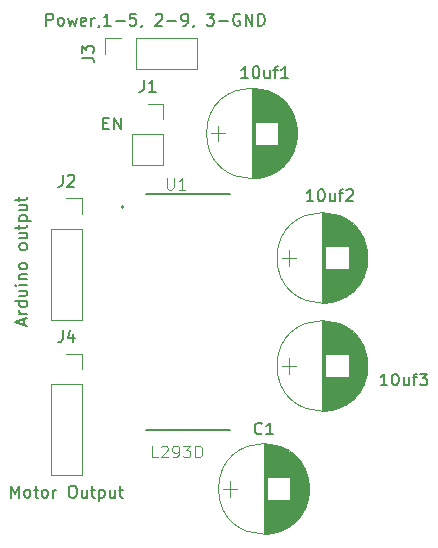
<source format=gbr>
G04 #@! TF.FileFunction,Legend,Top*
%FSLAX46Y46*%
G04 Gerber Fmt 4.6, Leading zero omitted, Abs format (unit mm)*
G04 Created by KiCad (PCBNEW 4.0.6) date 02/24/20 13:55:30*
%MOMM*%
%LPD*%
G01*
G04 APERTURE LIST*
%ADD10C,0.100000*%
%ADD11C,0.120000*%
%ADD12C,0.200000*%
%ADD13C,0.127000*%
%ADD14C,0.150000*%
%ADD15C,0.015000*%
G04 APERTURE END LIST*
D10*
D11*
X148727000Y-99314000D02*
G75*
G03X148727000Y-99314000I-3840000J0D01*
G01*
X144887000Y-95514000D02*
X144887000Y-103114000D01*
X144927000Y-95514000D02*
X144927000Y-103114000D01*
X144967000Y-95514000D02*
X144967000Y-103114000D01*
X145007000Y-95515000D02*
X145007000Y-103113000D01*
X145047000Y-95517000D02*
X145047000Y-103111000D01*
X145087000Y-95519000D02*
X145087000Y-103109000D01*
X145127000Y-95521000D02*
X145127000Y-103107000D01*
X145167000Y-95524000D02*
X145167000Y-98334000D01*
X145167000Y-100294000D02*
X145167000Y-103104000D01*
X145207000Y-95527000D02*
X145207000Y-98334000D01*
X145207000Y-100294000D02*
X145207000Y-103101000D01*
X145247000Y-95530000D02*
X145247000Y-98334000D01*
X145247000Y-100294000D02*
X145247000Y-103098000D01*
X145287000Y-95534000D02*
X145287000Y-98334000D01*
X145287000Y-100294000D02*
X145287000Y-103094000D01*
X145327000Y-95539000D02*
X145327000Y-98334000D01*
X145327000Y-100294000D02*
X145327000Y-103089000D01*
X145367000Y-95544000D02*
X145367000Y-98334000D01*
X145367000Y-100294000D02*
X145367000Y-103084000D01*
X145407000Y-95549000D02*
X145407000Y-98334000D01*
X145407000Y-100294000D02*
X145407000Y-103079000D01*
X145447000Y-95555000D02*
X145447000Y-98334000D01*
X145447000Y-100294000D02*
X145447000Y-103073000D01*
X145487000Y-95561000D02*
X145487000Y-98334000D01*
X145487000Y-100294000D02*
X145487000Y-103067000D01*
X145527000Y-95567000D02*
X145527000Y-98334000D01*
X145527000Y-100294000D02*
X145527000Y-103061000D01*
X145567000Y-95574000D02*
X145567000Y-98334000D01*
X145567000Y-100294000D02*
X145567000Y-103054000D01*
X145608000Y-95582000D02*
X145608000Y-98334000D01*
X145608000Y-100294000D02*
X145608000Y-103046000D01*
X145648000Y-95589000D02*
X145648000Y-98334000D01*
X145648000Y-100294000D02*
X145648000Y-103039000D01*
X145688000Y-95598000D02*
X145688000Y-98334000D01*
X145688000Y-100294000D02*
X145688000Y-103030000D01*
X145728000Y-95607000D02*
X145728000Y-98334000D01*
X145728000Y-100294000D02*
X145728000Y-103021000D01*
X145768000Y-95616000D02*
X145768000Y-98334000D01*
X145768000Y-100294000D02*
X145768000Y-103012000D01*
X145808000Y-95625000D02*
X145808000Y-98334000D01*
X145808000Y-100294000D02*
X145808000Y-103003000D01*
X145848000Y-95635000D02*
X145848000Y-98334000D01*
X145848000Y-100294000D02*
X145848000Y-102993000D01*
X145888000Y-95646000D02*
X145888000Y-98334000D01*
X145888000Y-100294000D02*
X145888000Y-102982000D01*
X145928000Y-95657000D02*
X145928000Y-98334000D01*
X145928000Y-100294000D02*
X145928000Y-102971000D01*
X145968000Y-95669000D02*
X145968000Y-98334000D01*
X145968000Y-100294000D02*
X145968000Y-102959000D01*
X146008000Y-95680000D02*
X146008000Y-98334000D01*
X146008000Y-100294000D02*
X146008000Y-102948000D01*
X146048000Y-95693000D02*
X146048000Y-98334000D01*
X146048000Y-100294000D02*
X146048000Y-102935000D01*
X146088000Y-95706000D02*
X146088000Y-98334000D01*
X146088000Y-100294000D02*
X146088000Y-102922000D01*
X146128000Y-95719000D02*
X146128000Y-98334000D01*
X146128000Y-100294000D02*
X146128000Y-102909000D01*
X146168000Y-95733000D02*
X146168000Y-98334000D01*
X146168000Y-100294000D02*
X146168000Y-102895000D01*
X146208000Y-95748000D02*
X146208000Y-98334000D01*
X146208000Y-100294000D02*
X146208000Y-102880000D01*
X146248000Y-95762000D02*
X146248000Y-98334000D01*
X146248000Y-100294000D02*
X146248000Y-102866000D01*
X146288000Y-95778000D02*
X146288000Y-98334000D01*
X146288000Y-100294000D02*
X146288000Y-102850000D01*
X146328000Y-95794000D02*
X146328000Y-98334000D01*
X146328000Y-100294000D02*
X146328000Y-102834000D01*
X146368000Y-95810000D02*
X146368000Y-98334000D01*
X146368000Y-100294000D02*
X146368000Y-102818000D01*
X146408000Y-95827000D02*
X146408000Y-98334000D01*
X146408000Y-100294000D02*
X146408000Y-102801000D01*
X146448000Y-95845000D02*
X146448000Y-98334000D01*
X146448000Y-100294000D02*
X146448000Y-102783000D01*
X146488000Y-95863000D02*
X146488000Y-98334000D01*
X146488000Y-100294000D02*
X146488000Y-102765000D01*
X146528000Y-95881000D02*
X146528000Y-98334000D01*
X146528000Y-100294000D02*
X146528000Y-102747000D01*
X146568000Y-95901000D02*
X146568000Y-98334000D01*
X146568000Y-100294000D02*
X146568000Y-102727000D01*
X146608000Y-95920000D02*
X146608000Y-98334000D01*
X146608000Y-100294000D02*
X146608000Y-102708000D01*
X146648000Y-95941000D02*
X146648000Y-98334000D01*
X146648000Y-100294000D02*
X146648000Y-102687000D01*
X146688000Y-95962000D02*
X146688000Y-98334000D01*
X146688000Y-100294000D02*
X146688000Y-102666000D01*
X146728000Y-95983000D02*
X146728000Y-98334000D01*
X146728000Y-100294000D02*
X146728000Y-102645000D01*
X146768000Y-96005000D02*
X146768000Y-98334000D01*
X146768000Y-100294000D02*
X146768000Y-102623000D01*
X146808000Y-96028000D02*
X146808000Y-98334000D01*
X146808000Y-100294000D02*
X146808000Y-102600000D01*
X146848000Y-96051000D02*
X146848000Y-98334000D01*
X146848000Y-100294000D02*
X146848000Y-102577000D01*
X146888000Y-96075000D02*
X146888000Y-98334000D01*
X146888000Y-100294000D02*
X146888000Y-102553000D01*
X146928000Y-96100000D02*
X146928000Y-98334000D01*
X146928000Y-100294000D02*
X146928000Y-102528000D01*
X146968000Y-96126000D02*
X146968000Y-98334000D01*
X146968000Y-100294000D02*
X146968000Y-102502000D01*
X147008000Y-96152000D02*
X147008000Y-98334000D01*
X147008000Y-100294000D02*
X147008000Y-102476000D01*
X147048000Y-96179000D02*
X147048000Y-98334000D01*
X147048000Y-100294000D02*
X147048000Y-102449000D01*
X147088000Y-96206000D02*
X147088000Y-98334000D01*
X147088000Y-100294000D02*
X147088000Y-102422000D01*
X147128000Y-96235000D02*
X147128000Y-102393000D01*
X147168000Y-96264000D02*
X147168000Y-102364000D01*
X147208000Y-96294000D02*
X147208000Y-102334000D01*
X147248000Y-96324000D02*
X147248000Y-102304000D01*
X147288000Y-96356000D02*
X147288000Y-102272000D01*
X147328000Y-96388000D02*
X147328000Y-102240000D01*
X147368000Y-96422000D02*
X147368000Y-102206000D01*
X147408000Y-96456000D02*
X147408000Y-102172000D01*
X147448000Y-96491000D02*
X147448000Y-102137000D01*
X147488000Y-96528000D02*
X147488000Y-102100000D01*
X147528000Y-96565000D02*
X147528000Y-102063000D01*
X147568000Y-96603000D02*
X147568000Y-102025000D01*
X147608000Y-96643000D02*
X147608000Y-101985000D01*
X147648000Y-96684000D02*
X147648000Y-101944000D01*
X147688000Y-96726000D02*
X147688000Y-101902000D01*
X147728000Y-96769000D02*
X147728000Y-101859000D01*
X147768000Y-96814000D02*
X147768000Y-101814000D01*
X147808000Y-96860000D02*
X147808000Y-101768000D01*
X147848000Y-96907000D02*
X147848000Y-101721000D01*
X147888000Y-96957000D02*
X147888000Y-101671000D01*
X147928000Y-97007000D02*
X147928000Y-101621000D01*
X147968000Y-97060000D02*
X147968000Y-101568000D01*
X148008000Y-97115000D02*
X148008000Y-101513000D01*
X148048000Y-97172000D02*
X148048000Y-101456000D01*
X148088000Y-97231000D02*
X148088000Y-101397000D01*
X148128000Y-97292000D02*
X148128000Y-101336000D01*
X148168000Y-97357000D02*
X148168000Y-101271000D01*
X148208000Y-97424000D02*
X148208000Y-101204000D01*
X148248000Y-97494000D02*
X148248000Y-101134000D01*
X148288000Y-97569000D02*
X148288000Y-101059000D01*
X148328000Y-97647000D02*
X148328000Y-100981000D01*
X148368000Y-97730000D02*
X148368000Y-100898000D01*
X148408000Y-97819000D02*
X148408000Y-100809000D01*
X148448000Y-97914000D02*
X148448000Y-100714000D01*
X148488000Y-98017000D02*
X148488000Y-100611000D01*
X148528000Y-98130000D02*
X148528000Y-100498000D01*
X148568000Y-98257000D02*
X148568000Y-100371000D01*
X148608000Y-98401000D02*
X148608000Y-100227000D01*
X148648000Y-98574000D02*
X148648000Y-100054000D01*
X148688000Y-98801000D02*
X148688000Y-99827000D01*
X141437000Y-99314000D02*
X142637000Y-99314000D01*
X142037000Y-98664000D02*
X142037000Y-99964000D01*
X154696000Y-109855000D02*
G75*
G03X154696000Y-109855000I-3840000J0D01*
G01*
X150856000Y-106055000D02*
X150856000Y-113655000D01*
X150896000Y-106055000D02*
X150896000Y-113655000D01*
X150936000Y-106055000D02*
X150936000Y-113655000D01*
X150976000Y-106056000D02*
X150976000Y-113654000D01*
X151016000Y-106058000D02*
X151016000Y-113652000D01*
X151056000Y-106060000D02*
X151056000Y-113650000D01*
X151096000Y-106062000D02*
X151096000Y-113648000D01*
X151136000Y-106065000D02*
X151136000Y-108875000D01*
X151136000Y-110835000D02*
X151136000Y-113645000D01*
X151176000Y-106068000D02*
X151176000Y-108875000D01*
X151176000Y-110835000D02*
X151176000Y-113642000D01*
X151216000Y-106071000D02*
X151216000Y-108875000D01*
X151216000Y-110835000D02*
X151216000Y-113639000D01*
X151256000Y-106075000D02*
X151256000Y-108875000D01*
X151256000Y-110835000D02*
X151256000Y-113635000D01*
X151296000Y-106080000D02*
X151296000Y-108875000D01*
X151296000Y-110835000D02*
X151296000Y-113630000D01*
X151336000Y-106085000D02*
X151336000Y-108875000D01*
X151336000Y-110835000D02*
X151336000Y-113625000D01*
X151376000Y-106090000D02*
X151376000Y-108875000D01*
X151376000Y-110835000D02*
X151376000Y-113620000D01*
X151416000Y-106096000D02*
X151416000Y-108875000D01*
X151416000Y-110835000D02*
X151416000Y-113614000D01*
X151456000Y-106102000D02*
X151456000Y-108875000D01*
X151456000Y-110835000D02*
X151456000Y-113608000D01*
X151496000Y-106108000D02*
X151496000Y-108875000D01*
X151496000Y-110835000D02*
X151496000Y-113602000D01*
X151536000Y-106115000D02*
X151536000Y-108875000D01*
X151536000Y-110835000D02*
X151536000Y-113595000D01*
X151577000Y-106123000D02*
X151577000Y-108875000D01*
X151577000Y-110835000D02*
X151577000Y-113587000D01*
X151617000Y-106130000D02*
X151617000Y-108875000D01*
X151617000Y-110835000D02*
X151617000Y-113580000D01*
X151657000Y-106139000D02*
X151657000Y-108875000D01*
X151657000Y-110835000D02*
X151657000Y-113571000D01*
X151697000Y-106148000D02*
X151697000Y-108875000D01*
X151697000Y-110835000D02*
X151697000Y-113562000D01*
X151737000Y-106157000D02*
X151737000Y-108875000D01*
X151737000Y-110835000D02*
X151737000Y-113553000D01*
X151777000Y-106166000D02*
X151777000Y-108875000D01*
X151777000Y-110835000D02*
X151777000Y-113544000D01*
X151817000Y-106176000D02*
X151817000Y-108875000D01*
X151817000Y-110835000D02*
X151817000Y-113534000D01*
X151857000Y-106187000D02*
X151857000Y-108875000D01*
X151857000Y-110835000D02*
X151857000Y-113523000D01*
X151897000Y-106198000D02*
X151897000Y-108875000D01*
X151897000Y-110835000D02*
X151897000Y-113512000D01*
X151937000Y-106210000D02*
X151937000Y-108875000D01*
X151937000Y-110835000D02*
X151937000Y-113500000D01*
X151977000Y-106221000D02*
X151977000Y-108875000D01*
X151977000Y-110835000D02*
X151977000Y-113489000D01*
X152017000Y-106234000D02*
X152017000Y-108875000D01*
X152017000Y-110835000D02*
X152017000Y-113476000D01*
X152057000Y-106247000D02*
X152057000Y-108875000D01*
X152057000Y-110835000D02*
X152057000Y-113463000D01*
X152097000Y-106260000D02*
X152097000Y-108875000D01*
X152097000Y-110835000D02*
X152097000Y-113450000D01*
X152137000Y-106274000D02*
X152137000Y-108875000D01*
X152137000Y-110835000D02*
X152137000Y-113436000D01*
X152177000Y-106289000D02*
X152177000Y-108875000D01*
X152177000Y-110835000D02*
X152177000Y-113421000D01*
X152217000Y-106303000D02*
X152217000Y-108875000D01*
X152217000Y-110835000D02*
X152217000Y-113407000D01*
X152257000Y-106319000D02*
X152257000Y-108875000D01*
X152257000Y-110835000D02*
X152257000Y-113391000D01*
X152297000Y-106335000D02*
X152297000Y-108875000D01*
X152297000Y-110835000D02*
X152297000Y-113375000D01*
X152337000Y-106351000D02*
X152337000Y-108875000D01*
X152337000Y-110835000D02*
X152337000Y-113359000D01*
X152377000Y-106368000D02*
X152377000Y-108875000D01*
X152377000Y-110835000D02*
X152377000Y-113342000D01*
X152417000Y-106386000D02*
X152417000Y-108875000D01*
X152417000Y-110835000D02*
X152417000Y-113324000D01*
X152457000Y-106404000D02*
X152457000Y-108875000D01*
X152457000Y-110835000D02*
X152457000Y-113306000D01*
X152497000Y-106422000D02*
X152497000Y-108875000D01*
X152497000Y-110835000D02*
X152497000Y-113288000D01*
X152537000Y-106442000D02*
X152537000Y-108875000D01*
X152537000Y-110835000D02*
X152537000Y-113268000D01*
X152577000Y-106461000D02*
X152577000Y-108875000D01*
X152577000Y-110835000D02*
X152577000Y-113249000D01*
X152617000Y-106482000D02*
X152617000Y-108875000D01*
X152617000Y-110835000D02*
X152617000Y-113228000D01*
X152657000Y-106503000D02*
X152657000Y-108875000D01*
X152657000Y-110835000D02*
X152657000Y-113207000D01*
X152697000Y-106524000D02*
X152697000Y-108875000D01*
X152697000Y-110835000D02*
X152697000Y-113186000D01*
X152737000Y-106546000D02*
X152737000Y-108875000D01*
X152737000Y-110835000D02*
X152737000Y-113164000D01*
X152777000Y-106569000D02*
X152777000Y-108875000D01*
X152777000Y-110835000D02*
X152777000Y-113141000D01*
X152817000Y-106592000D02*
X152817000Y-108875000D01*
X152817000Y-110835000D02*
X152817000Y-113118000D01*
X152857000Y-106616000D02*
X152857000Y-108875000D01*
X152857000Y-110835000D02*
X152857000Y-113094000D01*
X152897000Y-106641000D02*
X152897000Y-108875000D01*
X152897000Y-110835000D02*
X152897000Y-113069000D01*
X152937000Y-106667000D02*
X152937000Y-108875000D01*
X152937000Y-110835000D02*
X152937000Y-113043000D01*
X152977000Y-106693000D02*
X152977000Y-108875000D01*
X152977000Y-110835000D02*
X152977000Y-113017000D01*
X153017000Y-106720000D02*
X153017000Y-108875000D01*
X153017000Y-110835000D02*
X153017000Y-112990000D01*
X153057000Y-106747000D02*
X153057000Y-108875000D01*
X153057000Y-110835000D02*
X153057000Y-112963000D01*
X153097000Y-106776000D02*
X153097000Y-112934000D01*
X153137000Y-106805000D02*
X153137000Y-112905000D01*
X153177000Y-106835000D02*
X153177000Y-112875000D01*
X153217000Y-106865000D02*
X153217000Y-112845000D01*
X153257000Y-106897000D02*
X153257000Y-112813000D01*
X153297000Y-106929000D02*
X153297000Y-112781000D01*
X153337000Y-106963000D02*
X153337000Y-112747000D01*
X153377000Y-106997000D02*
X153377000Y-112713000D01*
X153417000Y-107032000D02*
X153417000Y-112678000D01*
X153457000Y-107069000D02*
X153457000Y-112641000D01*
X153497000Y-107106000D02*
X153497000Y-112604000D01*
X153537000Y-107144000D02*
X153537000Y-112566000D01*
X153577000Y-107184000D02*
X153577000Y-112526000D01*
X153617000Y-107225000D02*
X153617000Y-112485000D01*
X153657000Y-107267000D02*
X153657000Y-112443000D01*
X153697000Y-107310000D02*
X153697000Y-112400000D01*
X153737000Y-107355000D02*
X153737000Y-112355000D01*
X153777000Y-107401000D02*
X153777000Y-112309000D01*
X153817000Y-107448000D02*
X153817000Y-112262000D01*
X153857000Y-107498000D02*
X153857000Y-112212000D01*
X153897000Y-107548000D02*
X153897000Y-112162000D01*
X153937000Y-107601000D02*
X153937000Y-112109000D01*
X153977000Y-107656000D02*
X153977000Y-112054000D01*
X154017000Y-107713000D02*
X154017000Y-111997000D01*
X154057000Y-107772000D02*
X154057000Y-111938000D01*
X154097000Y-107833000D02*
X154097000Y-111877000D01*
X154137000Y-107898000D02*
X154137000Y-111812000D01*
X154177000Y-107965000D02*
X154177000Y-111745000D01*
X154217000Y-108035000D02*
X154217000Y-111675000D01*
X154257000Y-108110000D02*
X154257000Y-111600000D01*
X154297000Y-108188000D02*
X154297000Y-111522000D01*
X154337000Y-108271000D02*
X154337000Y-111439000D01*
X154377000Y-108360000D02*
X154377000Y-111350000D01*
X154417000Y-108455000D02*
X154417000Y-111255000D01*
X154457000Y-108558000D02*
X154457000Y-111152000D01*
X154497000Y-108671000D02*
X154497000Y-111039000D01*
X154537000Y-108798000D02*
X154537000Y-110912000D01*
X154577000Y-108942000D02*
X154577000Y-110768000D01*
X154617000Y-109115000D02*
X154617000Y-110595000D01*
X154657000Y-109342000D02*
X154657000Y-110368000D01*
X147406000Y-109855000D02*
X148606000Y-109855000D01*
X148006000Y-109205000D02*
X148006000Y-110505000D01*
X154696000Y-118999000D02*
G75*
G03X154696000Y-118999000I-3840000J0D01*
G01*
X150856000Y-115199000D02*
X150856000Y-122799000D01*
X150896000Y-115199000D02*
X150896000Y-122799000D01*
X150936000Y-115199000D02*
X150936000Y-122799000D01*
X150976000Y-115200000D02*
X150976000Y-122798000D01*
X151016000Y-115202000D02*
X151016000Y-122796000D01*
X151056000Y-115204000D02*
X151056000Y-122794000D01*
X151096000Y-115206000D02*
X151096000Y-122792000D01*
X151136000Y-115209000D02*
X151136000Y-118019000D01*
X151136000Y-119979000D02*
X151136000Y-122789000D01*
X151176000Y-115212000D02*
X151176000Y-118019000D01*
X151176000Y-119979000D02*
X151176000Y-122786000D01*
X151216000Y-115215000D02*
X151216000Y-118019000D01*
X151216000Y-119979000D02*
X151216000Y-122783000D01*
X151256000Y-115219000D02*
X151256000Y-118019000D01*
X151256000Y-119979000D02*
X151256000Y-122779000D01*
X151296000Y-115224000D02*
X151296000Y-118019000D01*
X151296000Y-119979000D02*
X151296000Y-122774000D01*
X151336000Y-115229000D02*
X151336000Y-118019000D01*
X151336000Y-119979000D02*
X151336000Y-122769000D01*
X151376000Y-115234000D02*
X151376000Y-118019000D01*
X151376000Y-119979000D02*
X151376000Y-122764000D01*
X151416000Y-115240000D02*
X151416000Y-118019000D01*
X151416000Y-119979000D02*
X151416000Y-122758000D01*
X151456000Y-115246000D02*
X151456000Y-118019000D01*
X151456000Y-119979000D02*
X151456000Y-122752000D01*
X151496000Y-115252000D02*
X151496000Y-118019000D01*
X151496000Y-119979000D02*
X151496000Y-122746000D01*
X151536000Y-115259000D02*
X151536000Y-118019000D01*
X151536000Y-119979000D02*
X151536000Y-122739000D01*
X151577000Y-115267000D02*
X151577000Y-118019000D01*
X151577000Y-119979000D02*
X151577000Y-122731000D01*
X151617000Y-115274000D02*
X151617000Y-118019000D01*
X151617000Y-119979000D02*
X151617000Y-122724000D01*
X151657000Y-115283000D02*
X151657000Y-118019000D01*
X151657000Y-119979000D02*
X151657000Y-122715000D01*
X151697000Y-115292000D02*
X151697000Y-118019000D01*
X151697000Y-119979000D02*
X151697000Y-122706000D01*
X151737000Y-115301000D02*
X151737000Y-118019000D01*
X151737000Y-119979000D02*
X151737000Y-122697000D01*
X151777000Y-115310000D02*
X151777000Y-118019000D01*
X151777000Y-119979000D02*
X151777000Y-122688000D01*
X151817000Y-115320000D02*
X151817000Y-118019000D01*
X151817000Y-119979000D02*
X151817000Y-122678000D01*
X151857000Y-115331000D02*
X151857000Y-118019000D01*
X151857000Y-119979000D02*
X151857000Y-122667000D01*
X151897000Y-115342000D02*
X151897000Y-118019000D01*
X151897000Y-119979000D02*
X151897000Y-122656000D01*
X151937000Y-115354000D02*
X151937000Y-118019000D01*
X151937000Y-119979000D02*
X151937000Y-122644000D01*
X151977000Y-115365000D02*
X151977000Y-118019000D01*
X151977000Y-119979000D02*
X151977000Y-122633000D01*
X152017000Y-115378000D02*
X152017000Y-118019000D01*
X152017000Y-119979000D02*
X152017000Y-122620000D01*
X152057000Y-115391000D02*
X152057000Y-118019000D01*
X152057000Y-119979000D02*
X152057000Y-122607000D01*
X152097000Y-115404000D02*
X152097000Y-118019000D01*
X152097000Y-119979000D02*
X152097000Y-122594000D01*
X152137000Y-115418000D02*
X152137000Y-118019000D01*
X152137000Y-119979000D02*
X152137000Y-122580000D01*
X152177000Y-115433000D02*
X152177000Y-118019000D01*
X152177000Y-119979000D02*
X152177000Y-122565000D01*
X152217000Y-115447000D02*
X152217000Y-118019000D01*
X152217000Y-119979000D02*
X152217000Y-122551000D01*
X152257000Y-115463000D02*
X152257000Y-118019000D01*
X152257000Y-119979000D02*
X152257000Y-122535000D01*
X152297000Y-115479000D02*
X152297000Y-118019000D01*
X152297000Y-119979000D02*
X152297000Y-122519000D01*
X152337000Y-115495000D02*
X152337000Y-118019000D01*
X152337000Y-119979000D02*
X152337000Y-122503000D01*
X152377000Y-115512000D02*
X152377000Y-118019000D01*
X152377000Y-119979000D02*
X152377000Y-122486000D01*
X152417000Y-115530000D02*
X152417000Y-118019000D01*
X152417000Y-119979000D02*
X152417000Y-122468000D01*
X152457000Y-115548000D02*
X152457000Y-118019000D01*
X152457000Y-119979000D02*
X152457000Y-122450000D01*
X152497000Y-115566000D02*
X152497000Y-118019000D01*
X152497000Y-119979000D02*
X152497000Y-122432000D01*
X152537000Y-115586000D02*
X152537000Y-118019000D01*
X152537000Y-119979000D02*
X152537000Y-122412000D01*
X152577000Y-115605000D02*
X152577000Y-118019000D01*
X152577000Y-119979000D02*
X152577000Y-122393000D01*
X152617000Y-115626000D02*
X152617000Y-118019000D01*
X152617000Y-119979000D02*
X152617000Y-122372000D01*
X152657000Y-115647000D02*
X152657000Y-118019000D01*
X152657000Y-119979000D02*
X152657000Y-122351000D01*
X152697000Y-115668000D02*
X152697000Y-118019000D01*
X152697000Y-119979000D02*
X152697000Y-122330000D01*
X152737000Y-115690000D02*
X152737000Y-118019000D01*
X152737000Y-119979000D02*
X152737000Y-122308000D01*
X152777000Y-115713000D02*
X152777000Y-118019000D01*
X152777000Y-119979000D02*
X152777000Y-122285000D01*
X152817000Y-115736000D02*
X152817000Y-118019000D01*
X152817000Y-119979000D02*
X152817000Y-122262000D01*
X152857000Y-115760000D02*
X152857000Y-118019000D01*
X152857000Y-119979000D02*
X152857000Y-122238000D01*
X152897000Y-115785000D02*
X152897000Y-118019000D01*
X152897000Y-119979000D02*
X152897000Y-122213000D01*
X152937000Y-115811000D02*
X152937000Y-118019000D01*
X152937000Y-119979000D02*
X152937000Y-122187000D01*
X152977000Y-115837000D02*
X152977000Y-118019000D01*
X152977000Y-119979000D02*
X152977000Y-122161000D01*
X153017000Y-115864000D02*
X153017000Y-118019000D01*
X153017000Y-119979000D02*
X153017000Y-122134000D01*
X153057000Y-115891000D02*
X153057000Y-118019000D01*
X153057000Y-119979000D02*
X153057000Y-122107000D01*
X153097000Y-115920000D02*
X153097000Y-122078000D01*
X153137000Y-115949000D02*
X153137000Y-122049000D01*
X153177000Y-115979000D02*
X153177000Y-122019000D01*
X153217000Y-116009000D02*
X153217000Y-121989000D01*
X153257000Y-116041000D02*
X153257000Y-121957000D01*
X153297000Y-116073000D02*
X153297000Y-121925000D01*
X153337000Y-116107000D02*
X153337000Y-121891000D01*
X153377000Y-116141000D02*
X153377000Y-121857000D01*
X153417000Y-116176000D02*
X153417000Y-121822000D01*
X153457000Y-116213000D02*
X153457000Y-121785000D01*
X153497000Y-116250000D02*
X153497000Y-121748000D01*
X153537000Y-116288000D02*
X153537000Y-121710000D01*
X153577000Y-116328000D02*
X153577000Y-121670000D01*
X153617000Y-116369000D02*
X153617000Y-121629000D01*
X153657000Y-116411000D02*
X153657000Y-121587000D01*
X153697000Y-116454000D02*
X153697000Y-121544000D01*
X153737000Y-116499000D02*
X153737000Y-121499000D01*
X153777000Y-116545000D02*
X153777000Y-121453000D01*
X153817000Y-116592000D02*
X153817000Y-121406000D01*
X153857000Y-116642000D02*
X153857000Y-121356000D01*
X153897000Y-116692000D02*
X153897000Y-121306000D01*
X153937000Y-116745000D02*
X153937000Y-121253000D01*
X153977000Y-116800000D02*
X153977000Y-121198000D01*
X154017000Y-116857000D02*
X154017000Y-121141000D01*
X154057000Y-116916000D02*
X154057000Y-121082000D01*
X154097000Y-116977000D02*
X154097000Y-121021000D01*
X154137000Y-117042000D02*
X154137000Y-120956000D01*
X154177000Y-117109000D02*
X154177000Y-120889000D01*
X154217000Y-117179000D02*
X154217000Y-120819000D01*
X154257000Y-117254000D02*
X154257000Y-120744000D01*
X154297000Y-117332000D02*
X154297000Y-120666000D01*
X154337000Y-117415000D02*
X154337000Y-120583000D01*
X154377000Y-117504000D02*
X154377000Y-120494000D01*
X154417000Y-117599000D02*
X154417000Y-120399000D01*
X154457000Y-117702000D02*
X154457000Y-120296000D01*
X154497000Y-117815000D02*
X154497000Y-120183000D01*
X154537000Y-117942000D02*
X154537000Y-120056000D01*
X154577000Y-118086000D02*
X154577000Y-119912000D01*
X154617000Y-118259000D02*
X154617000Y-119739000D01*
X154657000Y-118486000D02*
X154657000Y-119512000D01*
X147406000Y-118999000D02*
X148606000Y-118999000D01*
X148006000Y-118349000D02*
X148006000Y-119649000D01*
X149743000Y-129413000D02*
G75*
G03X149743000Y-129413000I-3840000J0D01*
G01*
X145903000Y-125613000D02*
X145903000Y-133213000D01*
X145943000Y-125613000D02*
X145943000Y-133213000D01*
X145983000Y-125613000D02*
X145983000Y-133213000D01*
X146023000Y-125614000D02*
X146023000Y-133212000D01*
X146063000Y-125616000D02*
X146063000Y-133210000D01*
X146103000Y-125618000D02*
X146103000Y-133208000D01*
X146143000Y-125620000D02*
X146143000Y-133206000D01*
X146183000Y-125623000D02*
X146183000Y-128433000D01*
X146183000Y-130393000D02*
X146183000Y-133203000D01*
X146223000Y-125626000D02*
X146223000Y-128433000D01*
X146223000Y-130393000D02*
X146223000Y-133200000D01*
X146263000Y-125629000D02*
X146263000Y-128433000D01*
X146263000Y-130393000D02*
X146263000Y-133197000D01*
X146303000Y-125633000D02*
X146303000Y-128433000D01*
X146303000Y-130393000D02*
X146303000Y-133193000D01*
X146343000Y-125638000D02*
X146343000Y-128433000D01*
X146343000Y-130393000D02*
X146343000Y-133188000D01*
X146383000Y-125643000D02*
X146383000Y-128433000D01*
X146383000Y-130393000D02*
X146383000Y-133183000D01*
X146423000Y-125648000D02*
X146423000Y-128433000D01*
X146423000Y-130393000D02*
X146423000Y-133178000D01*
X146463000Y-125654000D02*
X146463000Y-128433000D01*
X146463000Y-130393000D02*
X146463000Y-133172000D01*
X146503000Y-125660000D02*
X146503000Y-128433000D01*
X146503000Y-130393000D02*
X146503000Y-133166000D01*
X146543000Y-125666000D02*
X146543000Y-128433000D01*
X146543000Y-130393000D02*
X146543000Y-133160000D01*
X146583000Y-125673000D02*
X146583000Y-128433000D01*
X146583000Y-130393000D02*
X146583000Y-133153000D01*
X146624000Y-125681000D02*
X146624000Y-128433000D01*
X146624000Y-130393000D02*
X146624000Y-133145000D01*
X146664000Y-125688000D02*
X146664000Y-128433000D01*
X146664000Y-130393000D02*
X146664000Y-133138000D01*
X146704000Y-125697000D02*
X146704000Y-128433000D01*
X146704000Y-130393000D02*
X146704000Y-133129000D01*
X146744000Y-125706000D02*
X146744000Y-128433000D01*
X146744000Y-130393000D02*
X146744000Y-133120000D01*
X146784000Y-125715000D02*
X146784000Y-128433000D01*
X146784000Y-130393000D02*
X146784000Y-133111000D01*
X146824000Y-125724000D02*
X146824000Y-128433000D01*
X146824000Y-130393000D02*
X146824000Y-133102000D01*
X146864000Y-125734000D02*
X146864000Y-128433000D01*
X146864000Y-130393000D02*
X146864000Y-133092000D01*
X146904000Y-125745000D02*
X146904000Y-128433000D01*
X146904000Y-130393000D02*
X146904000Y-133081000D01*
X146944000Y-125756000D02*
X146944000Y-128433000D01*
X146944000Y-130393000D02*
X146944000Y-133070000D01*
X146984000Y-125768000D02*
X146984000Y-128433000D01*
X146984000Y-130393000D02*
X146984000Y-133058000D01*
X147024000Y-125779000D02*
X147024000Y-128433000D01*
X147024000Y-130393000D02*
X147024000Y-133047000D01*
X147064000Y-125792000D02*
X147064000Y-128433000D01*
X147064000Y-130393000D02*
X147064000Y-133034000D01*
X147104000Y-125805000D02*
X147104000Y-128433000D01*
X147104000Y-130393000D02*
X147104000Y-133021000D01*
X147144000Y-125818000D02*
X147144000Y-128433000D01*
X147144000Y-130393000D02*
X147144000Y-133008000D01*
X147184000Y-125832000D02*
X147184000Y-128433000D01*
X147184000Y-130393000D02*
X147184000Y-132994000D01*
X147224000Y-125847000D02*
X147224000Y-128433000D01*
X147224000Y-130393000D02*
X147224000Y-132979000D01*
X147264000Y-125861000D02*
X147264000Y-128433000D01*
X147264000Y-130393000D02*
X147264000Y-132965000D01*
X147304000Y-125877000D02*
X147304000Y-128433000D01*
X147304000Y-130393000D02*
X147304000Y-132949000D01*
X147344000Y-125893000D02*
X147344000Y-128433000D01*
X147344000Y-130393000D02*
X147344000Y-132933000D01*
X147384000Y-125909000D02*
X147384000Y-128433000D01*
X147384000Y-130393000D02*
X147384000Y-132917000D01*
X147424000Y-125926000D02*
X147424000Y-128433000D01*
X147424000Y-130393000D02*
X147424000Y-132900000D01*
X147464000Y-125944000D02*
X147464000Y-128433000D01*
X147464000Y-130393000D02*
X147464000Y-132882000D01*
X147504000Y-125962000D02*
X147504000Y-128433000D01*
X147504000Y-130393000D02*
X147504000Y-132864000D01*
X147544000Y-125980000D02*
X147544000Y-128433000D01*
X147544000Y-130393000D02*
X147544000Y-132846000D01*
X147584000Y-126000000D02*
X147584000Y-128433000D01*
X147584000Y-130393000D02*
X147584000Y-132826000D01*
X147624000Y-126019000D02*
X147624000Y-128433000D01*
X147624000Y-130393000D02*
X147624000Y-132807000D01*
X147664000Y-126040000D02*
X147664000Y-128433000D01*
X147664000Y-130393000D02*
X147664000Y-132786000D01*
X147704000Y-126061000D02*
X147704000Y-128433000D01*
X147704000Y-130393000D02*
X147704000Y-132765000D01*
X147744000Y-126082000D02*
X147744000Y-128433000D01*
X147744000Y-130393000D02*
X147744000Y-132744000D01*
X147784000Y-126104000D02*
X147784000Y-128433000D01*
X147784000Y-130393000D02*
X147784000Y-132722000D01*
X147824000Y-126127000D02*
X147824000Y-128433000D01*
X147824000Y-130393000D02*
X147824000Y-132699000D01*
X147864000Y-126150000D02*
X147864000Y-128433000D01*
X147864000Y-130393000D02*
X147864000Y-132676000D01*
X147904000Y-126174000D02*
X147904000Y-128433000D01*
X147904000Y-130393000D02*
X147904000Y-132652000D01*
X147944000Y-126199000D02*
X147944000Y-128433000D01*
X147944000Y-130393000D02*
X147944000Y-132627000D01*
X147984000Y-126225000D02*
X147984000Y-128433000D01*
X147984000Y-130393000D02*
X147984000Y-132601000D01*
X148024000Y-126251000D02*
X148024000Y-128433000D01*
X148024000Y-130393000D02*
X148024000Y-132575000D01*
X148064000Y-126278000D02*
X148064000Y-128433000D01*
X148064000Y-130393000D02*
X148064000Y-132548000D01*
X148104000Y-126305000D02*
X148104000Y-128433000D01*
X148104000Y-130393000D02*
X148104000Y-132521000D01*
X148144000Y-126334000D02*
X148144000Y-132492000D01*
X148184000Y-126363000D02*
X148184000Y-132463000D01*
X148224000Y-126393000D02*
X148224000Y-132433000D01*
X148264000Y-126423000D02*
X148264000Y-132403000D01*
X148304000Y-126455000D02*
X148304000Y-132371000D01*
X148344000Y-126487000D02*
X148344000Y-132339000D01*
X148384000Y-126521000D02*
X148384000Y-132305000D01*
X148424000Y-126555000D02*
X148424000Y-132271000D01*
X148464000Y-126590000D02*
X148464000Y-132236000D01*
X148504000Y-126627000D02*
X148504000Y-132199000D01*
X148544000Y-126664000D02*
X148544000Y-132162000D01*
X148584000Y-126702000D02*
X148584000Y-132124000D01*
X148624000Y-126742000D02*
X148624000Y-132084000D01*
X148664000Y-126783000D02*
X148664000Y-132043000D01*
X148704000Y-126825000D02*
X148704000Y-132001000D01*
X148744000Y-126868000D02*
X148744000Y-131958000D01*
X148784000Y-126913000D02*
X148784000Y-131913000D01*
X148824000Y-126959000D02*
X148824000Y-131867000D01*
X148864000Y-127006000D02*
X148864000Y-131820000D01*
X148904000Y-127056000D02*
X148904000Y-131770000D01*
X148944000Y-127106000D02*
X148944000Y-131720000D01*
X148984000Y-127159000D02*
X148984000Y-131667000D01*
X149024000Y-127214000D02*
X149024000Y-131612000D01*
X149064000Y-127271000D02*
X149064000Y-131555000D01*
X149104000Y-127330000D02*
X149104000Y-131496000D01*
X149144000Y-127391000D02*
X149144000Y-131435000D01*
X149184000Y-127456000D02*
X149184000Y-131370000D01*
X149224000Y-127523000D02*
X149224000Y-131303000D01*
X149264000Y-127593000D02*
X149264000Y-131233000D01*
X149304000Y-127668000D02*
X149304000Y-131158000D01*
X149344000Y-127746000D02*
X149344000Y-131080000D01*
X149384000Y-127829000D02*
X149384000Y-130997000D01*
X149424000Y-127918000D02*
X149424000Y-130908000D01*
X149464000Y-128013000D02*
X149464000Y-130813000D01*
X149504000Y-128116000D02*
X149504000Y-130710000D01*
X149544000Y-128229000D02*
X149544000Y-130597000D01*
X149584000Y-128356000D02*
X149584000Y-130470000D01*
X149624000Y-128500000D02*
X149624000Y-130326000D01*
X149664000Y-128673000D02*
X149664000Y-130153000D01*
X149704000Y-128900000D02*
X149704000Y-129926000D01*
X142453000Y-129413000D02*
X143653000Y-129413000D01*
X143053000Y-128763000D02*
X143053000Y-130063000D01*
X134737800Y-99390200D02*
X137397800Y-99390200D01*
X134737800Y-99390200D02*
X134737800Y-101990200D01*
X134737800Y-101990200D02*
X137397800Y-101990200D01*
X137397800Y-99390200D02*
X137397800Y-101990200D01*
X137397800Y-96790200D02*
X137397800Y-98120200D01*
X136067800Y-96790200D02*
X137397800Y-96790200D01*
X127854400Y-107416600D02*
X130514400Y-107416600D01*
X127854400Y-107416600D02*
X127854400Y-115096600D01*
X127854400Y-115096600D02*
X130514400Y-115096600D01*
X130514400Y-107416600D02*
X130514400Y-115096600D01*
X130514400Y-104816600D02*
X130514400Y-106146600D01*
X129184400Y-104816600D02*
X130514400Y-104816600D01*
X135077200Y-93887600D02*
X135077200Y-91227600D01*
X135077200Y-93887600D02*
X140217200Y-93887600D01*
X140217200Y-93887600D02*
X140217200Y-91227600D01*
X135077200Y-91227600D02*
X140217200Y-91227600D01*
X132477200Y-91227600D02*
X133807200Y-91227600D01*
X132477200Y-92557600D02*
X132477200Y-91227600D01*
X127854400Y-120573800D02*
X130514400Y-120573800D01*
X127854400Y-120573800D02*
X127854400Y-128253800D01*
X127854400Y-128253800D02*
X130514400Y-128253800D01*
X130514400Y-120573800D02*
X130514400Y-128253800D01*
X130514400Y-117973800D02*
X130514400Y-119303800D01*
X129184400Y-117973800D02*
X130514400Y-117973800D01*
D12*
X134021000Y-105537000D02*
G75*
G03X134021000Y-105537000I-100000J0D01*
G01*
D13*
X135896000Y-104427000D02*
X142996000Y-104427000D01*
X135896000Y-124427000D02*
X142996000Y-124427000D01*
D14*
X144569038Y-94635581D02*
X143997609Y-94635581D01*
X144283323Y-94635581D02*
X144283323Y-93635581D01*
X144188085Y-93778438D01*
X144092847Y-93873676D01*
X143997609Y-93921295D01*
X145188085Y-93635581D02*
X145283324Y-93635581D01*
X145378562Y-93683200D01*
X145426181Y-93730819D01*
X145473800Y-93826057D01*
X145521419Y-94016533D01*
X145521419Y-94254629D01*
X145473800Y-94445105D01*
X145426181Y-94540343D01*
X145378562Y-94587962D01*
X145283324Y-94635581D01*
X145188085Y-94635581D01*
X145092847Y-94587962D01*
X145045228Y-94540343D01*
X144997609Y-94445105D01*
X144949990Y-94254629D01*
X144949990Y-94016533D01*
X144997609Y-93826057D01*
X145045228Y-93730819D01*
X145092847Y-93683200D01*
X145188085Y-93635581D01*
X146378562Y-93968914D02*
X146378562Y-94635581D01*
X145949990Y-93968914D02*
X145949990Y-94492724D01*
X145997609Y-94587962D01*
X146092847Y-94635581D01*
X146235705Y-94635581D01*
X146330943Y-94587962D01*
X146378562Y-94540343D01*
X146711895Y-93968914D02*
X147092847Y-93968914D01*
X146854752Y-94635581D02*
X146854752Y-93778438D01*
X146902371Y-93683200D01*
X146997609Y-93635581D01*
X147092847Y-93635581D01*
X147949991Y-94635581D02*
X147378562Y-94635581D01*
X147664276Y-94635581D02*
X147664276Y-93635581D01*
X147569038Y-93778438D01*
X147473800Y-93873676D01*
X147378562Y-93921295D01*
X150080838Y-105049581D02*
X149509409Y-105049581D01*
X149795123Y-105049581D02*
X149795123Y-104049581D01*
X149699885Y-104192438D01*
X149604647Y-104287676D01*
X149509409Y-104335295D01*
X150699885Y-104049581D02*
X150795124Y-104049581D01*
X150890362Y-104097200D01*
X150937981Y-104144819D01*
X150985600Y-104240057D01*
X151033219Y-104430533D01*
X151033219Y-104668629D01*
X150985600Y-104859105D01*
X150937981Y-104954343D01*
X150890362Y-105001962D01*
X150795124Y-105049581D01*
X150699885Y-105049581D01*
X150604647Y-105001962D01*
X150557028Y-104954343D01*
X150509409Y-104859105D01*
X150461790Y-104668629D01*
X150461790Y-104430533D01*
X150509409Y-104240057D01*
X150557028Y-104144819D01*
X150604647Y-104097200D01*
X150699885Y-104049581D01*
X151890362Y-104382914D02*
X151890362Y-105049581D01*
X151461790Y-104382914D02*
X151461790Y-104906724D01*
X151509409Y-105001962D01*
X151604647Y-105049581D01*
X151747505Y-105049581D01*
X151842743Y-105001962D01*
X151890362Y-104954343D01*
X152223695Y-104382914D02*
X152604647Y-104382914D01*
X152366552Y-105049581D02*
X152366552Y-104192438D01*
X152414171Y-104097200D01*
X152509409Y-104049581D01*
X152604647Y-104049581D01*
X152890362Y-104144819D02*
X152937981Y-104097200D01*
X153033219Y-104049581D01*
X153271315Y-104049581D01*
X153366553Y-104097200D01*
X153414172Y-104144819D01*
X153461791Y-104240057D01*
X153461791Y-104335295D01*
X153414172Y-104478152D01*
X152842743Y-105049581D01*
X153461791Y-105049581D01*
X156354638Y-120645181D02*
X155783209Y-120645181D01*
X156068923Y-120645181D02*
X156068923Y-119645181D01*
X155973685Y-119788038D01*
X155878447Y-119883276D01*
X155783209Y-119930895D01*
X156973685Y-119645181D02*
X157068924Y-119645181D01*
X157164162Y-119692800D01*
X157211781Y-119740419D01*
X157259400Y-119835657D01*
X157307019Y-120026133D01*
X157307019Y-120264229D01*
X157259400Y-120454705D01*
X157211781Y-120549943D01*
X157164162Y-120597562D01*
X157068924Y-120645181D01*
X156973685Y-120645181D01*
X156878447Y-120597562D01*
X156830828Y-120549943D01*
X156783209Y-120454705D01*
X156735590Y-120264229D01*
X156735590Y-120026133D01*
X156783209Y-119835657D01*
X156830828Y-119740419D01*
X156878447Y-119692800D01*
X156973685Y-119645181D01*
X158164162Y-119978514D02*
X158164162Y-120645181D01*
X157735590Y-119978514D02*
X157735590Y-120502324D01*
X157783209Y-120597562D01*
X157878447Y-120645181D01*
X158021305Y-120645181D01*
X158116543Y-120597562D01*
X158164162Y-120549943D01*
X158497495Y-119978514D02*
X158878447Y-119978514D01*
X158640352Y-120645181D02*
X158640352Y-119788038D01*
X158687971Y-119692800D01*
X158783209Y-119645181D01*
X158878447Y-119645181D01*
X159116543Y-119645181D02*
X159735591Y-119645181D01*
X159402257Y-120026133D01*
X159545115Y-120026133D01*
X159640353Y-120073752D01*
X159687972Y-120121371D01*
X159735591Y-120216610D01*
X159735591Y-120454705D01*
X159687972Y-120549943D01*
X159640353Y-120597562D01*
X159545115Y-120645181D01*
X159259400Y-120645181D01*
X159164162Y-120597562D01*
X159116543Y-120549943D01*
X145736334Y-124710143D02*
X145688715Y-124757762D01*
X145545858Y-124805381D01*
X145450620Y-124805381D01*
X145307762Y-124757762D01*
X145212524Y-124662524D01*
X145164905Y-124567286D01*
X145117286Y-124376810D01*
X145117286Y-124233952D01*
X145164905Y-124043476D01*
X145212524Y-123948238D01*
X145307762Y-123853000D01*
X145450620Y-123805381D01*
X145545858Y-123805381D01*
X145688715Y-123853000D01*
X145736334Y-123900619D01*
X146688715Y-124805381D02*
X146117286Y-124805381D01*
X146403000Y-124805381D02*
X146403000Y-123805381D01*
X146307762Y-123948238D01*
X146212524Y-124043476D01*
X146117286Y-124091095D01*
X135734467Y-94802581D02*
X135734467Y-95516867D01*
X135686847Y-95659724D01*
X135591609Y-95754962D01*
X135448752Y-95802581D01*
X135353514Y-95802581D01*
X136734467Y-95802581D02*
X136163038Y-95802581D01*
X136448752Y-95802581D02*
X136448752Y-94802581D01*
X136353514Y-94945438D01*
X136258276Y-95040676D01*
X136163038Y-95088295D01*
X132307105Y-98455171D02*
X132640439Y-98455171D01*
X132783296Y-98978981D02*
X132307105Y-98978981D01*
X132307105Y-97978981D01*
X132783296Y-97978981D01*
X133211867Y-98978981D02*
X133211867Y-97978981D01*
X133783296Y-98978981D01*
X133783296Y-97978981D01*
X128851067Y-102828981D02*
X128851067Y-103543267D01*
X128803447Y-103686124D01*
X128708209Y-103781362D01*
X128565352Y-103828981D01*
X128470114Y-103828981D01*
X129279638Y-102924219D02*
X129327257Y-102876600D01*
X129422495Y-102828981D01*
X129660591Y-102828981D01*
X129755829Y-102876600D01*
X129803448Y-102924219D01*
X129851067Y-103019457D01*
X129851067Y-103114695D01*
X129803448Y-103257552D01*
X129232019Y-103828981D01*
X129851067Y-103828981D01*
X125566467Y-115491544D02*
X125566467Y-115015353D01*
X125852181Y-115586782D02*
X124852181Y-115253449D01*
X125852181Y-114920115D01*
X125852181Y-114586782D02*
X125185514Y-114586782D01*
X125375990Y-114586782D02*
X125280752Y-114539163D01*
X125233133Y-114491544D01*
X125185514Y-114396306D01*
X125185514Y-114301067D01*
X125852181Y-113539162D02*
X124852181Y-113539162D01*
X125804562Y-113539162D02*
X125852181Y-113634400D01*
X125852181Y-113824877D01*
X125804562Y-113920115D01*
X125756943Y-113967734D01*
X125661705Y-114015353D01*
X125375990Y-114015353D01*
X125280752Y-113967734D01*
X125233133Y-113920115D01*
X125185514Y-113824877D01*
X125185514Y-113634400D01*
X125233133Y-113539162D01*
X125185514Y-112634400D02*
X125852181Y-112634400D01*
X125185514Y-113062972D02*
X125709324Y-113062972D01*
X125804562Y-113015353D01*
X125852181Y-112920115D01*
X125852181Y-112777257D01*
X125804562Y-112682019D01*
X125756943Y-112634400D01*
X125852181Y-112158210D02*
X125185514Y-112158210D01*
X124852181Y-112158210D02*
X124899800Y-112205829D01*
X124947419Y-112158210D01*
X124899800Y-112110591D01*
X124852181Y-112158210D01*
X124947419Y-112158210D01*
X125185514Y-111682020D02*
X125852181Y-111682020D01*
X125280752Y-111682020D02*
X125233133Y-111634401D01*
X125185514Y-111539163D01*
X125185514Y-111396305D01*
X125233133Y-111301067D01*
X125328371Y-111253448D01*
X125852181Y-111253448D01*
X125852181Y-110634401D02*
X125804562Y-110729639D01*
X125756943Y-110777258D01*
X125661705Y-110824877D01*
X125375990Y-110824877D01*
X125280752Y-110777258D01*
X125233133Y-110729639D01*
X125185514Y-110634401D01*
X125185514Y-110491543D01*
X125233133Y-110396305D01*
X125280752Y-110348686D01*
X125375990Y-110301067D01*
X125661705Y-110301067D01*
X125756943Y-110348686D01*
X125804562Y-110396305D01*
X125852181Y-110491543D01*
X125852181Y-110634401D01*
X125852181Y-108967734D02*
X125804562Y-109062972D01*
X125756943Y-109110591D01*
X125661705Y-109158210D01*
X125375990Y-109158210D01*
X125280752Y-109110591D01*
X125233133Y-109062972D01*
X125185514Y-108967734D01*
X125185514Y-108824876D01*
X125233133Y-108729638D01*
X125280752Y-108682019D01*
X125375990Y-108634400D01*
X125661705Y-108634400D01*
X125756943Y-108682019D01*
X125804562Y-108729638D01*
X125852181Y-108824876D01*
X125852181Y-108967734D01*
X125185514Y-107777257D02*
X125852181Y-107777257D01*
X125185514Y-108205829D02*
X125709324Y-108205829D01*
X125804562Y-108158210D01*
X125852181Y-108062972D01*
X125852181Y-107920114D01*
X125804562Y-107824876D01*
X125756943Y-107777257D01*
X125185514Y-107443924D02*
X125185514Y-107062972D01*
X124852181Y-107301067D02*
X125709324Y-107301067D01*
X125804562Y-107253448D01*
X125852181Y-107158210D01*
X125852181Y-107062972D01*
X125185514Y-106729638D02*
X126185514Y-106729638D01*
X125233133Y-106729638D02*
X125185514Y-106634400D01*
X125185514Y-106443923D01*
X125233133Y-106348685D01*
X125280752Y-106301066D01*
X125375990Y-106253447D01*
X125661705Y-106253447D01*
X125756943Y-106301066D01*
X125804562Y-106348685D01*
X125852181Y-106443923D01*
X125852181Y-106634400D01*
X125804562Y-106729638D01*
X125185514Y-105396304D02*
X125852181Y-105396304D01*
X125185514Y-105824876D02*
X125709324Y-105824876D01*
X125804562Y-105777257D01*
X125852181Y-105682019D01*
X125852181Y-105539161D01*
X125804562Y-105443923D01*
X125756943Y-105396304D01*
X125185514Y-105062971D02*
X125185514Y-104682019D01*
X124852181Y-104920114D02*
X125709324Y-104920114D01*
X125804562Y-104872495D01*
X125852181Y-104777257D01*
X125852181Y-104682019D01*
X130489581Y-92890933D02*
X131203867Y-92890933D01*
X131346724Y-92938553D01*
X131441962Y-93033791D01*
X131489581Y-93176648D01*
X131489581Y-93271886D01*
X130489581Y-92509981D02*
X130489581Y-91890933D01*
X130870533Y-92224267D01*
X130870533Y-92081409D01*
X130918152Y-91986171D01*
X130965771Y-91938552D01*
X131061010Y-91890933D01*
X131299105Y-91890933D01*
X131394343Y-91938552D01*
X131441962Y-91986171D01*
X131489581Y-92081409D01*
X131489581Y-92367124D01*
X131441962Y-92462362D01*
X131394343Y-92509981D01*
X127488515Y-90190581D02*
X127488515Y-89190581D01*
X127869468Y-89190581D01*
X127964706Y-89238200D01*
X128012325Y-89285819D01*
X128059944Y-89381057D01*
X128059944Y-89523914D01*
X128012325Y-89619152D01*
X127964706Y-89666771D01*
X127869468Y-89714390D01*
X127488515Y-89714390D01*
X128631372Y-90190581D02*
X128536134Y-90142962D01*
X128488515Y-90095343D01*
X128440896Y-90000105D01*
X128440896Y-89714390D01*
X128488515Y-89619152D01*
X128536134Y-89571533D01*
X128631372Y-89523914D01*
X128774230Y-89523914D01*
X128869468Y-89571533D01*
X128917087Y-89619152D01*
X128964706Y-89714390D01*
X128964706Y-90000105D01*
X128917087Y-90095343D01*
X128869468Y-90142962D01*
X128774230Y-90190581D01*
X128631372Y-90190581D01*
X129298039Y-89523914D02*
X129488515Y-90190581D01*
X129678992Y-89714390D01*
X129869468Y-90190581D01*
X130059944Y-89523914D01*
X130821849Y-90142962D02*
X130726611Y-90190581D01*
X130536134Y-90190581D01*
X130440896Y-90142962D01*
X130393277Y-90047724D01*
X130393277Y-89666771D01*
X130440896Y-89571533D01*
X130536134Y-89523914D01*
X130726611Y-89523914D01*
X130821849Y-89571533D01*
X130869468Y-89666771D01*
X130869468Y-89762010D01*
X130393277Y-89857248D01*
X131298039Y-90190581D02*
X131298039Y-89523914D01*
X131298039Y-89714390D02*
X131345658Y-89619152D01*
X131393277Y-89571533D01*
X131488515Y-89523914D01*
X131583754Y-89523914D01*
X131964706Y-90142962D02*
X131964706Y-90190581D01*
X131917087Y-90285819D01*
X131869468Y-90333438D01*
X132917087Y-90190581D02*
X132345658Y-90190581D01*
X132631372Y-90190581D02*
X132631372Y-89190581D01*
X132536134Y-89333438D01*
X132440896Y-89428676D01*
X132345658Y-89476295D01*
X133345658Y-89809629D02*
X134107563Y-89809629D01*
X135059944Y-89190581D02*
X134583753Y-89190581D01*
X134536134Y-89666771D01*
X134583753Y-89619152D01*
X134678991Y-89571533D01*
X134917087Y-89571533D01*
X135012325Y-89619152D01*
X135059944Y-89666771D01*
X135107563Y-89762010D01*
X135107563Y-90000105D01*
X135059944Y-90095343D01*
X135012325Y-90142962D01*
X134917087Y-90190581D01*
X134678991Y-90190581D01*
X134583753Y-90142962D01*
X134536134Y-90095343D01*
X135583753Y-90142962D02*
X135583753Y-90190581D01*
X135536134Y-90285819D01*
X135488515Y-90333438D01*
X136726610Y-89285819D02*
X136774229Y-89238200D01*
X136869467Y-89190581D01*
X137107563Y-89190581D01*
X137202801Y-89238200D01*
X137250420Y-89285819D01*
X137298039Y-89381057D01*
X137298039Y-89476295D01*
X137250420Y-89619152D01*
X136678991Y-90190581D01*
X137298039Y-90190581D01*
X137726610Y-89809629D02*
X138488515Y-89809629D01*
X139012324Y-90190581D02*
X139202800Y-90190581D01*
X139298039Y-90142962D01*
X139345658Y-90095343D01*
X139440896Y-89952486D01*
X139488515Y-89762010D01*
X139488515Y-89381057D01*
X139440896Y-89285819D01*
X139393277Y-89238200D01*
X139298039Y-89190581D01*
X139107562Y-89190581D01*
X139012324Y-89238200D01*
X138964705Y-89285819D01*
X138917086Y-89381057D01*
X138917086Y-89619152D01*
X138964705Y-89714390D01*
X139012324Y-89762010D01*
X139107562Y-89809629D01*
X139298039Y-89809629D01*
X139393277Y-89762010D01*
X139440896Y-89714390D01*
X139488515Y-89619152D01*
X139964705Y-90142962D02*
X139964705Y-90190581D01*
X139917086Y-90285819D01*
X139869467Y-90333438D01*
X141059943Y-89190581D02*
X141678991Y-89190581D01*
X141345657Y-89571533D01*
X141488515Y-89571533D01*
X141583753Y-89619152D01*
X141631372Y-89666771D01*
X141678991Y-89762010D01*
X141678991Y-90000105D01*
X141631372Y-90095343D01*
X141583753Y-90142962D01*
X141488515Y-90190581D01*
X141202800Y-90190581D01*
X141107562Y-90142962D01*
X141059943Y-90095343D01*
X142107562Y-89809629D02*
X142869467Y-89809629D01*
X143869467Y-89238200D02*
X143774229Y-89190581D01*
X143631372Y-89190581D01*
X143488514Y-89238200D01*
X143393276Y-89333438D01*
X143345657Y-89428676D01*
X143298038Y-89619152D01*
X143298038Y-89762010D01*
X143345657Y-89952486D01*
X143393276Y-90047724D01*
X143488514Y-90142962D01*
X143631372Y-90190581D01*
X143726610Y-90190581D01*
X143869467Y-90142962D01*
X143917086Y-90095343D01*
X143917086Y-89762010D01*
X143726610Y-89762010D01*
X144345657Y-90190581D02*
X144345657Y-89190581D01*
X144917086Y-90190581D01*
X144917086Y-89190581D01*
X145393276Y-90190581D02*
X145393276Y-89190581D01*
X145631371Y-89190581D01*
X145774229Y-89238200D01*
X145869467Y-89333438D01*
X145917086Y-89428676D01*
X145964705Y-89619152D01*
X145964705Y-89762010D01*
X145917086Y-89952486D01*
X145869467Y-90047724D01*
X145774229Y-90142962D01*
X145631371Y-90190581D01*
X145393276Y-90190581D01*
X128851067Y-115986181D02*
X128851067Y-116700467D01*
X128803447Y-116843324D01*
X128708209Y-116938562D01*
X128565352Y-116986181D01*
X128470114Y-116986181D01*
X129755829Y-116319514D02*
X129755829Y-116986181D01*
X129517733Y-115938562D02*
X129279638Y-116652848D01*
X129898686Y-116652848D01*
X124517732Y-130146181D02*
X124517732Y-129146181D01*
X124851066Y-129860467D01*
X125184399Y-129146181D01*
X125184399Y-130146181D01*
X125803446Y-130146181D02*
X125708208Y-130098562D01*
X125660589Y-130050943D01*
X125612970Y-129955705D01*
X125612970Y-129669990D01*
X125660589Y-129574752D01*
X125708208Y-129527133D01*
X125803446Y-129479514D01*
X125946304Y-129479514D01*
X126041542Y-129527133D01*
X126089161Y-129574752D01*
X126136780Y-129669990D01*
X126136780Y-129955705D01*
X126089161Y-130050943D01*
X126041542Y-130098562D01*
X125946304Y-130146181D01*
X125803446Y-130146181D01*
X126422494Y-129479514D02*
X126803446Y-129479514D01*
X126565351Y-129146181D02*
X126565351Y-130003324D01*
X126612970Y-130098562D01*
X126708208Y-130146181D01*
X126803446Y-130146181D01*
X127279637Y-130146181D02*
X127184399Y-130098562D01*
X127136780Y-130050943D01*
X127089161Y-129955705D01*
X127089161Y-129669990D01*
X127136780Y-129574752D01*
X127184399Y-129527133D01*
X127279637Y-129479514D01*
X127422495Y-129479514D01*
X127517733Y-129527133D01*
X127565352Y-129574752D01*
X127612971Y-129669990D01*
X127612971Y-129955705D01*
X127565352Y-130050943D01*
X127517733Y-130098562D01*
X127422495Y-130146181D01*
X127279637Y-130146181D01*
X128041542Y-130146181D02*
X128041542Y-129479514D01*
X128041542Y-129669990D02*
X128089161Y-129574752D01*
X128136780Y-129527133D01*
X128232018Y-129479514D01*
X128327257Y-129479514D01*
X129612971Y-129146181D02*
X129803448Y-129146181D01*
X129898686Y-129193800D01*
X129993924Y-129289038D01*
X130041543Y-129479514D01*
X130041543Y-129812848D01*
X129993924Y-130003324D01*
X129898686Y-130098562D01*
X129803448Y-130146181D01*
X129612971Y-130146181D01*
X129517733Y-130098562D01*
X129422495Y-130003324D01*
X129374876Y-129812848D01*
X129374876Y-129479514D01*
X129422495Y-129289038D01*
X129517733Y-129193800D01*
X129612971Y-129146181D01*
X130898686Y-129479514D02*
X130898686Y-130146181D01*
X130470114Y-129479514D02*
X130470114Y-130003324D01*
X130517733Y-130098562D01*
X130612971Y-130146181D01*
X130755829Y-130146181D01*
X130851067Y-130098562D01*
X130898686Y-130050943D01*
X131232019Y-129479514D02*
X131612971Y-129479514D01*
X131374876Y-129146181D02*
X131374876Y-130003324D01*
X131422495Y-130098562D01*
X131517733Y-130146181D01*
X131612971Y-130146181D01*
X131946305Y-129479514D02*
X131946305Y-130479514D01*
X131946305Y-129527133D02*
X132041543Y-129479514D01*
X132232020Y-129479514D01*
X132327258Y-129527133D01*
X132374877Y-129574752D01*
X132422496Y-129669990D01*
X132422496Y-129955705D01*
X132374877Y-130050943D01*
X132327258Y-130098562D01*
X132232020Y-130146181D01*
X132041543Y-130146181D01*
X131946305Y-130098562D01*
X133279639Y-129479514D02*
X133279639Y-130146181D01*
X132851067Y-129479514D02*
X132851067Y-130003324D01*
X132898686Y-130098562D01*
X132993924Y-130146181D01*
X133136782Y-130146181D01*
X133232020Y-130098562D01*
X133279639Y-130050943D01*
X133612972Y-129479514D02*
X133993924Y-129479514D01*
X133755829Y-129146181D02*
X133755829Y-130003324D01*
X133803448Y-130098562D01*
X133898686Y-130146181D01*
X133993924Y-130146181D01*
D15*
X137684095Y-103067381D02*
X137684095Y-103876905D01*
X137731714Y-103972143D01*
X137779333Y-104019762D01*
X137874571Y-104067381D01*
X138065048Y-104067381D01*
X138160286Y-104019762D01*
X138207905Y-103972143D01*
X138255524Y-103876905D01*
X138255524Y-103067381D01*
X139255524Y-104067381D02*
X138684095Y-104067381D01*
X138969809Y-104067381D02*
X138969809Y-103067381D01*
X138874571Y-103210238D01*
X138779333Y-103305476D01*
X138684095Y-103353095D01*
X136912553Y-126741181D02*
X136436362Y-126741181D01*
X136436362Y-125741181D01*
X137198267Y-125836419D02*
X137245886Y-125788800D01*
X137341124Y-125741181D01*
X137579220Y-125741181D01*
X137674458Y-125788800D01*
X137722077Y-125836419D01*
X137769696Y-125931657D01*
X137769696Y-126026895D01*
X137722077Y-126169752D01*
X137150648Y-126741181D01*
X137769696Y-126741181D01*
X138245886Y-126741181D02*
X138436362Y-126741181D01*
X138531601Y-126693562D01*
X138579220Y-126645943D01*
X138674458Y-126503086D01*
X138722077Y-126312610D01*
X138722077Y-125931657D01*
X138674458Y-125836419D01*
X138626839Y-125788800D01*
X138531601Y-125741181D01*
X138341124Y-125741181D01*
X138245886Y-125788800D01*
X138198267Y-125836419D01*
X138150648Y-125931657D01*
X138150648Y-126169752D01*
X138198267Y-126264990D01*
X138245886Y-126312610D01*
X138341124Y-126360229D01*
X138531601Y-126360229D01*
X138626839Y-126312610D01*
X138674458Y-126264990D01*
X138722077Y-126169752D01*
X139055410Y-125741181D02*
X139674458Y-125741181D01*
X139341124Y-126122133D01*
X139483982Y-126122133D01*
X139579220Y-126169752D01*
X139626839Y-126217371D01*
X139674458Y-126312610D01*
X139674458Y-126550705D01*
X139626839Y-126645943D01*
X139579220Y-126693562D01*
X139483982Y-126741181D01*
X139198267Y-126741181D01*
X139103029Y-126693562D01*
X139055410Y-126645943D01*
X140103029Y-126741181D02*
X140103029Y-125741181D01*
X140341124Y-125741181D01*
X140483982Y-125788800D01*
X140579220Y-125884038D01*
X140626839Y-125979276D01*
X140674458Y-126169752D01*
X140674458Y-126312610D01*
X140626839Y-126503086D01*
X140579220Y-126598324D01*
X140483982Y-126693562D01*
X140341124Y-126741181D01*
X140103029Y-126741181D01*
M02*

</source>
